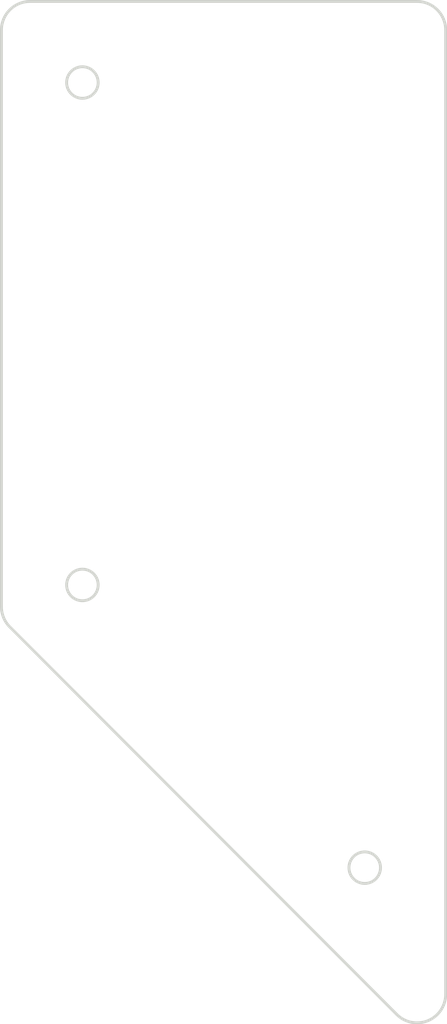
<source format=kicad_pcb>
(kicad_pcb (version 20171130) (host pcbnew 5.1.2)

  (general
    (thickness 1.6)
    (drawings 11)
    (tracks 0)
    (zones 0)
    (modules 0)
    (nets 1)
  )

  (page A4)
  (layers
    (0 F.Cu signal)
    (31 B.Cu signal)
    (32 B.Adhes user)
    (33 F.Adhes user)
    (34 B.Paste user)
    (35 F.Paste user)
    (36 B.SilkS user)
    (37 F.SilkS user)
    (38 B.Mask user)
    (39 F.Mask user)
    (40 Dwgs.User user)
    (41 Cmts.User user)
    (42 Eco1.User user)
    (43 Eco2.User user)
    (44 Edge.Cuts user)
    (45 Margin user)
    (46 B.CrtYd user)
    (47 F.CrtYd user)
    (48 B.Fab user)
    (49 F.Fab user)
  )

  (setup
    (last_trace_width 0.25)
    (trace_clearance 0.2)
    (zone_clearance 0.508)
    (zone_45_only no)
    (trace_min 0.2)
    (via_size 0.8)
    (via_drill 0.4)
    (via_min_size 0.4)
    (via_min_drill 0.3)
    (uvia_size 0.3)
    (uvia_drill 0.1)
    (uvias_allowed no)
    (uvia_min_size 0.2)
    (uvia_min_drill 0.1)
    (edge_width 0.05)
    (segment_width 0.2)
    (pcb_text_width 0.3)
    (pcb_text_size 1.5 1.5)
    (mod_edge_width 0.12)
    (mod_text_size 1 1)
    (mod_text_width 0.15)
    (pad_size 1.524 1.524)
    (pad_drill 0.762)
    (pad_to_mask_clearance 0.051)
    (solder_mask_min_width 0.25)
    (aux_axis_origin 0 0)
    (visible_elements FFFFFF7F)
    (pcbplotparams
      (layerselection 0x010fc_ffffffff)
      (usegerberextensions false)
      (usegerberattributes false)
      (usegerberadvancedattributes false)
      (creategerberjobfile false)
      (excludeedgelayer true)
      (linewidth 0.100000)
      (plotframeref false)
      (viasonmask false)
      (mode 1)
      (useauxorigin false)
      (hpglpennumber 1)
      (hpglpenspeed 20)
      (hpglpendiameter 15.000000)
      (psnegative false)
      (psa4output false)
      (plotreference true)
      (plotvalue true)
      (plotinvisibletext false)
      (padsonsilk false)
      (subtractmaskfromsilk false)
      (outputformat 1)
      (mirror false)
      (drillshape 1)
      (scaleselection 1)
      (outputdirectory ""))
  )

  (net 0 "")

  (net_class Default "This is the default net class."
    (clearance 0.2)
    (trace_width 0.25)
    (via_dia 0.8)
    (via_drill 0.4)
    (uvia_dia 0.3)
    (uvia_drill 0.1)
  )

  (gr_circle (center 81.35 97.359693) (end 82.449999 97.359693) (layer Edge.Cuts) (width 0.2))
  (gr_circle (center 61.65 77.659693) (end 62.75 77.659693) (layer Edge.Cuts) (width 0.2))
  (gr_circle (center 61.65 42.65) (end 62.75 42.65) (layer Edge.Cuts) (width 0.2))
  (gr_arc (start 58 39) (end 58 37) (angle -90) (layer Edge.Cuts) (width 0.2))
  (gr_line (start 85 37) (end 58 37) (layer Edge.Cuts) (width 0.2))
  (gr_arc (start 85 39) (end 87 39) (angle -90) (layer Edge.Cuts) (width 0.2))
  (gr_line (start 87 106.171572) (end 87 39) (layer Edge.Cuts) (width 0.2))
  (gr_arc (start 85 106.171572) (end 83.585786 107.585786) (angle -135) (layer Edge.Cuts) (width 0.2))
  (gr_line (start 56.585786 80.585786) (end 83.585786 107.585786) (layer Edge.Cuts) (width 0.2))
  (gr_arc (start 58 79.171572) (end 56 79.171572) (angle -45) (layer Edge.Cuts) (width 0.2))
  (gr_line (start 56 39) (end 56 79.171572) (layer Edge.Cuts) (width 0.2))

)

</source>
